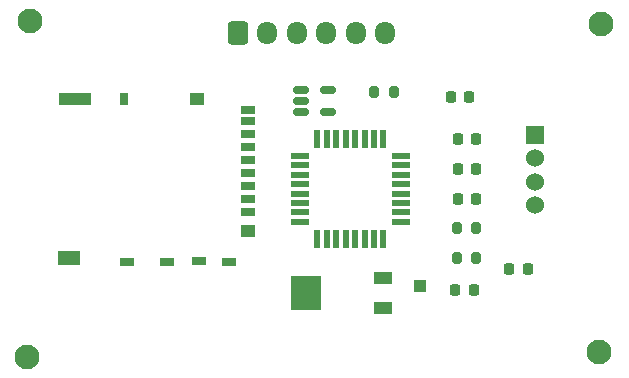
<source format=gbr>
%TF.GenerationSoftware,KiCad,Pcbnew,8.0.8*%
%TF.CreationDate,2025-06-30T12:07:11+05:30*%
%TF.ProjectId,openlog,6f70656e-6c6f-4672-9e6b-696361645f70,rev?*%
%TF.SameCoordinates,Original*%
%TF.FileFunction,Soldermask,Top*%
%TF.FilePolarity,Negative*%
%FSLAX46Y46*%
G04 Gerber Fmt 4.6, Leading zero omitted, Abs format (unit mm)*
G04 Created by KiCad (PCBNEW 8.0.8) date 2025-06-30 12:07:11*
%MOMM*%
%LPD*%
G01*
G04 APERTURE LIST*
G04 Aperture macros list*
%AMRoundRect*
0 Rectangle with rounded corners*
0 $1 Rounding radius*
0 $2 $3 $4 $5 $6 $7 $8 $9 X,Y pos of 4 corners*
0 Add a 4 corners polygon primitive as box body*
4,1,4,$2,$3,$4,$5,$6,$7,$8,$9,$2,$3,0*
0 Add four circle primitives for the rounded corners*
1,1,$1+$1,$2,$3*
1,1,$1+$1,$4,$5*
1,1,$1+$1,$6,$7*
1,1,$1+$1,$8,$9*
0 Add four rect primitives between the rounded corners*
20,1,$1+$1,$2,$3,$4,$5,0*
20,1,$1+$1,$4,$5,$6,$7,0*
20,1,$1+$1,$6,$7,$8,$9,0*
20,1,$1+$1,$8,$9,$2,$3,0*%
G04 Aperture macros list end*
%ADD10RoundRect,0.200000X-0.200000X-0.275000X0.200000X-0.275000X0.200000X0.275000X-0.200000X0.275000X0*%
%ADD11RoundRect,0.225000X-0.225000X-0.250000X0.225000X-0.250000X0.225000X0.250000X-0.225000X0.250000X0*%
%ADD12RoundRect,0.250000X-0.600000X-0.725000X0.600000X-0.725000X0.600000X0.725000X-0.600000X0.725000X0*%
%ADD13O,1.700000X1.950000*%
%ADD14R,1.000000X1.000000*%
%ADD15C,2.100000*%
%ADD16R,1.524000X1.524000*%
%ADD17C,1.524000*%
%ADD18R,1.600000X1.000000*%
%ADD19R,2.500000X3.000000*%
%ADD20RoundRect,0.218750X-0.218750X-0.256250X0.218750X-0.256250X0.218750X0.256250X-0.218750X0.256250X0*%
%ADD21RoundRect,0.150000X-0.512500X-0.150000X0.512500X-0.150000X0.512500X0.150000X-0.512500X0.150000X0*%
%ADD22R,1.200000X0.700000*%
%ADD23R,0.800000X1.000000*%
%ADD24R,1.200000X1.000000*%
%ADD25R,2.800000X1.000000*%
%ADD26R,1.900000X1.300000*%
%ADD27R,1.600000X0.550000*%
%ADD28R,0.550000X1.600000*%
G04 APERTURE END LIST*
D10*
%TO.C,R3*%
X127575000Y-61800000D03*
X129225000Y-61800000D03*
%TD*%
D11*
%TO.C,C2*%
X134625000Y-65800000D03*
X136175000Y-65800000D03*
%TD*%
D12*
%TO.C,J3*%
X116000000Y-56800000D03*
D13*
X118500000Y-56800000D03*
X121000000Y-56800000D03*
X123500000Y-56800000D03*
X126000000Y-56800000D03*
X128500000Y-56800000D03*
%TD*%
D14*
%TO.C,J1*%
X131400000Y-78200000D03*
%TD*%
D15*
%TO.C,H1*%
X98400000Y-55800000D03*
%TD*%
D16*
%TO.C,J4*%
X141200000Y-65400000D03*
D17*
X141200000Y-67400000D03*
X141200000Y-69400000D03*
X141200000Y-71400000D03*
%TD*%
D18*
%TO.C,Y1*%
X128300000Y-77530000D03*
X128300000Y-80070000D03*
D19*
X121750000Y-78800000D03*
%TD*%
D11*
%TO.C,C4*%
X134625000Y-70820000D03*
X136175000Y-70820000D03*
%TD*%
D10*
%TO.C,R2*%
X134575000Y-75840000D03*
X136225000Y-75840000D03*
%TD*%
D15*
%TO.C,H2*%
X146800000Y-56000000D03*
%TD*%
D20*
%TO.C,D2*%
X139000000Y-76800000D03*
X140575000Y-76800000D03*
%TD*%
%TO.C,D1*%
X134412500Y-78600000D03*
X135987500Y-78600000D03*
%TD*%
D21*
%TO.C,U1*%
X121400000Y-61600000D03*
X121400000Y-62550000D03*
X121400000Y-63500000D03*
X123675000Y-63500000D03*
X123675000Y-61600000D03*
%TD*%
D11*
%TO.C,C1*%
X134050000Y-62200000D03*
X135600000Y-62200000D03*
%TD*%
D15*
%TO.C,H4*%
X98200000Y-84200000D03*
%TD*%
D10*
%TO.C,R1*%
X134575000Y-73330000D03*
X136225000Y-73330000D03*
%TD*%
D15*
%TO.C,H3*%
X146600000Y-83800000D03*
%TD*%
D22*
%TO.C,J2*%
X116845000Y-71980000D03*
X116845000Y-70880000D03*
X116845000Y-69780000D03*
X116845000Y-68680000D03*
X116845000Y-67580000D03*
X116845000Y-66480000D03*
X116845000Y-65380000D03*
X116845000Y-64280000D03*
X116845000Y-63330000D03*
D23*
X106345000Y-62380000D03*
D24*
X112545000Y-62380000D03*
D25*
X102195000Y-62380000D03*
D24*
X116845000Y-73530000D03*
D26*
X101745000Y-75880000D03*
D22*
X106660000Y-76165000D03*
X112710000Y-76125000D03*
X115260000Y-76165000D03*
X110000000Y-76200000D03*
%TD*%
D11*
%TO.C,C3*%
X134625000Y-68310000D03*
X136175000Y-68310000D03*
%TD*%
D27*
%TO.C,U2*%
X121300000Y-67200000D03*
X121300000Y-68000000D03*
X121300000Y-68800000D03*
X121300000Y-69600000D03*
X121300000Y-70400000D03*
X121300000Y-71200000D03*
X121300000Y-72000000D03*
X121300000Y-72800000D03*
D28*
X122750000Y-74250000D03*
X123550000Y-74250000D03*
X124350000Y-74250000D03*
X125150000Y-74250000D03*
X125950000Y-74250000D03*
X126750000Y-74250000D03*
X127550000Y-74250000D03*
X128350000Y-74250000D03*
D27*
X129800000Y-72800000D03*
X129800000Y-72000000D03*
X129800000Y-71200000D03*
X129800000Y-70400000D03*
X129800000Y-69600000D03*
X129800000Y-68800000D03*
X129800000Y-68000000D03*
X129800000Y-67200000D03*
D28*
X128350000Y-65750000D03*
X127550000Y-65750000D03*
X126750000Y-65750000D03*
X125950000Y-65750000D03*
X125150000Y-65750000D03*
X124350000Y-65750000D03*
X123550000Y-65750000D03*
X122750000Y-65750000D03*
%TD*%
M02*

</source>
